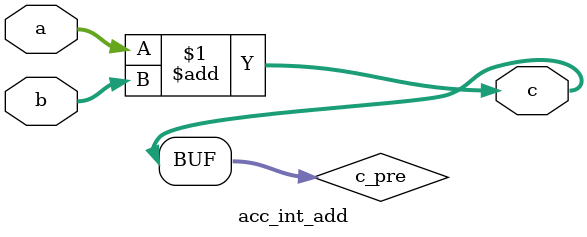
<source format=v>

`timescale 1ns/1ps

module acc_int_add(
  a,
  b,
  c
);


parameter BWOP = 32; //operand width

input  [BWOP-1:0]                                   a;
input  [BWOP-1:0]                                   b;
output [BWOP-1:0]                                   c;
wire   [BWOP- 1:0]                           c_pre;

assign c_pre = a + b;
assign c = c_pre[BWOP-1:0];
endmodule

</source>
